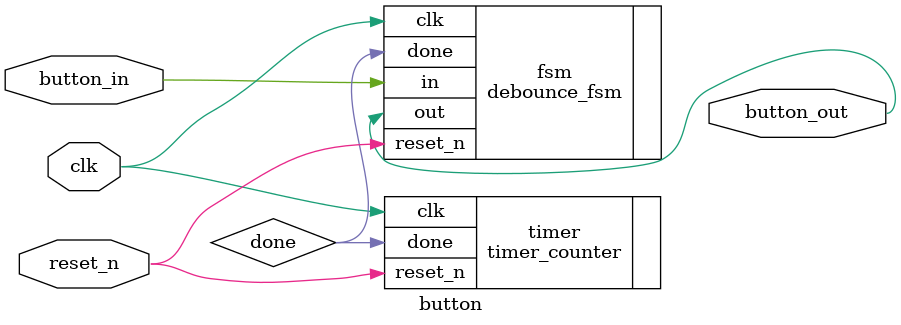
<source format=v>


module button(
input clk,
input reset_n,
input button_in,
output button_out

);

wire done;

debounce_fsm fsm(
	.clk(clk),
	.reset_n(reset_n),
	.in(button_in),
	.done(done),
	.out(button_out)

);
/*
to make delay of 20ms
suppose we work with 100 micro s clock
then limit = 20m/100M=200
*/
timer_counter #(.limit(200)) timer(
	.clk(clk),
	.reset_n(reset_n),
	.done(done)
);

endmodule
</source>
